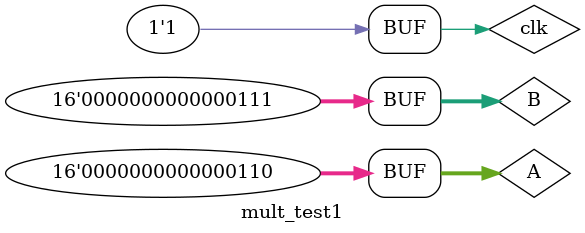
<source format=v>
`timescale 1ns / 1ps


module mult_test1;

	// Inputs
	reg [15:0] A;
	reg [15:0] B;
	reg clk;

	// Outputs
	wire [31:0] P;

	// Instantiate the Unit Under Test (UUT)
	mult uut (
		.A(A), 
		.B(B), 
		.clk(clk), 
		.P(P)
	);
	
	always begin
	#10;
	clk = 0;
	#10;
	clk = 1;
	end

	initial begin
		// Initialize Inputs
		A = 0;
		B = 0;

		// Wait 100 ns for global reset to finish
		#100;
		A = 2;
		B = 3;

		#100;
		A = 4;
		B = 5;
		
		#100;
		A = 6;
		B = 7;
        
		// Add stimulus here

	end
      
endmodule


</source>
